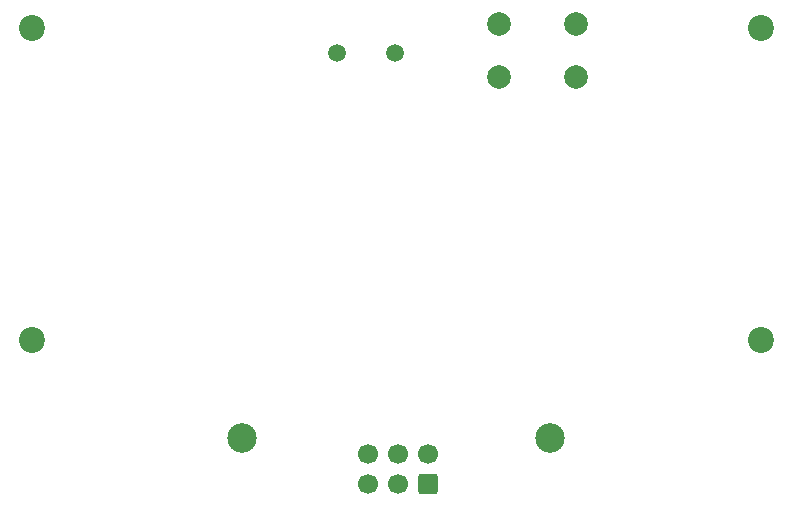
<source format=gbr>
%TF.GenerationSoftware,KiCad,Pcbnew,7.0.10*%
%TF.CreationDate,2024-03-10T15:03:06+01:00*%
%TF.ProjectId,dmg-gbc-cartridge-reader,646d672d-6762-4632-9d63-617274726964,rev?*%
%TF.SameCoordinates,Original*%
%TF.FileFunction,Soldermask,Bot*%
%TF.FilePolarity,Negative*%
%FSLAX46Y46*%
G04 Gerber Fmt 4.6, Leading zero omitted, Abs format (unit mm)*
G04 Created by KiCad (PCBNEW 7.0.10) date 2024-03-10 15:03:06*
%MOMM*%
%LPD*%
G01*
G04 APERTURE LIST*
G04 Aperture macros list*
%AMRoundRect*
0 Rectangle with rounded corners*
0 $1 Rounding radius*
0 $2 $3 $4 $5 $6 $7 $8 $9 X,Y pos of 4 corners*
0 Add a 4 corners polygon primitive as box body*
4,1,4,$2,$3,$4,$5,$6,$7,$8,$9,$2,$3,0*
0 Add four circle primitives for the rounded corners*
1,1,$1+$1,$2,$3*
1,1,$1+$1,$4,$5*
1,1,$1+$1,$6,$7*
1,1,$1+$1,$8,$9*
0 Add four rect primitives between the rounded corners*
20,1,$1+$1,$2,$3,$4,$5,0*
20,1,$1+$1,$4,$5,$6,$7,0*
20,1,$1+$1,$6,$7,$8,$9,0*
20,1,$1+$1,$8,$9,$2,$3,0*%
G04 Aperture macros list end*
%ADD10C,2.200000*%
%ADD11C,2.000000*%
%ADD12C,2.500000*%
%ADD13C,0.001000*%
%ADD14C,1.500000*%
%ADD15RoundRect,0.250000X0.600000X-0.600000X0.600000X0.600000X-0.600000X0.600000X-0.600000X-0.600000X0*%
%ADD16C,1.700000*%
G04 APERTURE END LIST*
D10*
%TO.C,H1*%
X43307000Y-80645000D03*
%TD*%
%TO.C,H2*%
X105029000Y-54229000D03*
%TD*%
D11*
%TO.C,SW1*%
X89356000Y-58384000D03*
X82856000Y-58384000D03*
X89356000Y-53884000D03*
X82856000Y-53884000D03*
%TD*%
D10*
%TO.C,H4*%
X105029000Y-80645000D03*
%TD*%
%TO.C,H3*%
X43307000Y-54229000D03*
%TD*%
D12*
%TO.C,U1*%
X61134000Y-88976000D03*
X87134000Y-88976000D03*
%TD*%
D13*
%TO.C,J1*%
X98974000Y-56622400D03*
X94574000Y-56622400D03*
%TD*%
D14*
%TO.C,Y1*%
X74041000Y-56393900D03*
X69161000Y-56393900D03*
%TD*%
D15*
%TO.C,J2*%
X76835000Y-92837000D03*
D16*
X76835000Y-90297000D03*
X74295000Y-92837000D03*
X74295000Y-90297000D03*
X71755000Y-92837000D03*
X71755000Y-90297000D03*
%TD*%
M02*

</source>
